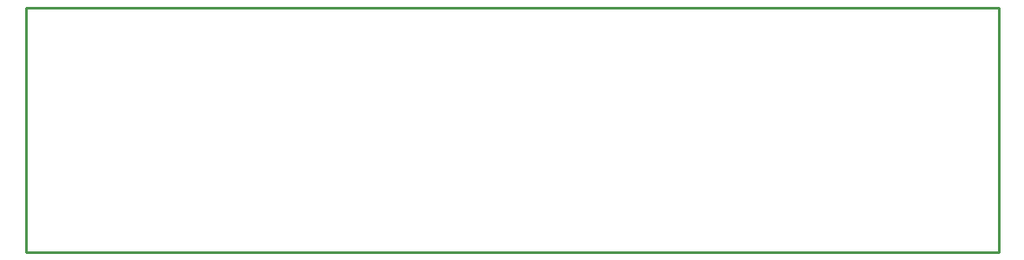
<source format=gm1>
%TF.GenerationSoftware,KiCad,Pcbnew,(5.1.10)-1*%
%TF.CreationDate,2021-09-27T23:11:59+02:00*%
%TF.ProjectId,MLGC210815,4d4c4743-3231-4303-9831-352e6b696361,rev?*%
%TF.SameCoordinates,Original*%
%TF.FileFunction,Profile,NP*%
%FSLAX46Y46*%
G04 Gerber Fmt 4.6, Leading zero omitted, Abs format (unit mm)*
G04 Created by KiCad (PCBNEW (5.1.10)-1) date 2021-09-27 23:11:59*
%MOMM*%
%LPD*%
G01*
G04 APERTURE LIST*
%TA.AperFunction,Profile*%
%ADD10C,0.254000*%
%TD*%
G04 APERTURE END LIST*
D10*
X95000000Y24000000D02*
X0Y24000000D01*
X95000000Y0D02*
X95000000Y24000000D01*
X0Y0D02*
X95000000Y0D01*
X0Y24000000D02*
X0Y0D01*
M02*

</source>
